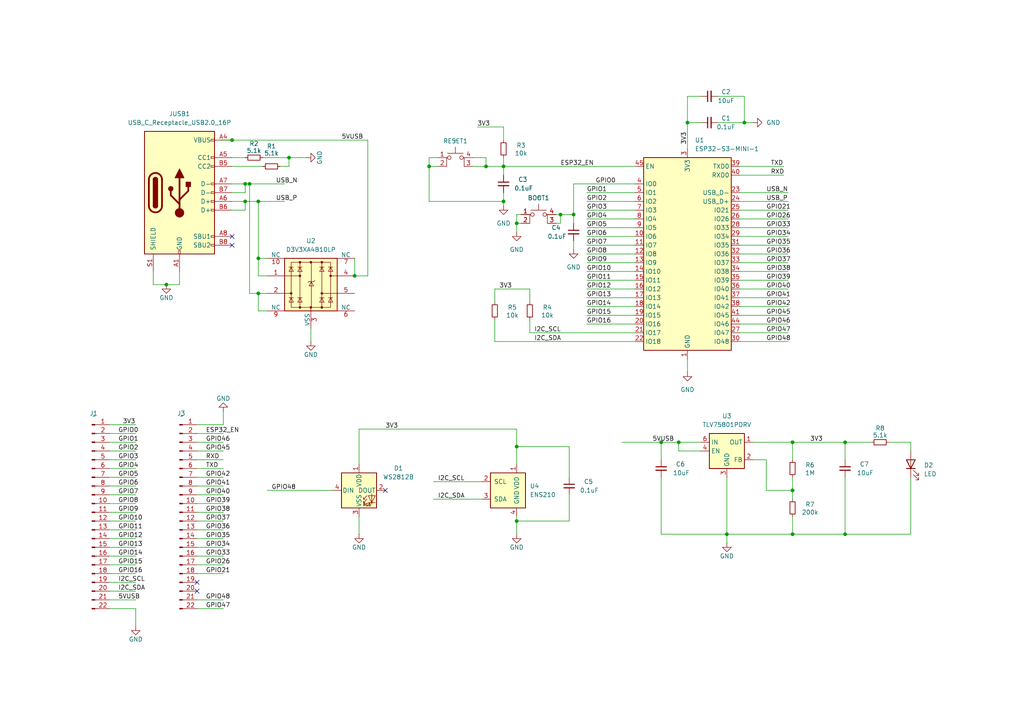
<source format=kicad_sch>
(kicad_sch (version 20250114) (generator "eeschema") (generator_version "9.0")
  (paper "A4")
  (lib_symbols
    (symbol "Connector:Conn_01x22_Pin" (pin_names (offset 1.016) (hide yes))
      (property "Reference" "J" (at 0 27.94 0))
      (property "Value" "Conn_01x22_Pin" (at 0 -30.48 0))
      (symbol "Conn_01x22_Pin_1_1"
        (rectangle (start 0.8636 25.527) (end 0 25.273) (stroke (width 0.1524)) (fill (type outline)))
        (rectangle (start 0.8636 22.987) (end 0 22.733) (stroke (width 0.1524)) (fill (type outline)))
        (rectangle (start 0.8636 20.447) (end 0 20.193) (stroke (width 0.1524)) (fill (type outline)))
        (rectangle (start 0.8636 17.907) (end 0 17.653) (stroke (width 0.1524)) (fill (type outline)))
        (rectangle (start 0.8636 15.367) (end 0 15.113) (stroke (width 0.1524)) (fill (type outline)))
        (rectangle (start 0.8636 12.827) (end 0 12.573) (stroke (width 0.1524)) (fill (type outline)))
        (rectangle (start 0.8636 10.287) (end 0 10.033) (stroke (width 0.1524)) (fill (type outline)))
        (rectangle (start 0.8636 7.747) (end 0 7.493) (stroke (width 0.1524)) (fill (type outline)))
        (rectangle (start 0.8636 5.207) (end 0 4.953) (stroke (width 0.1524)) (fill (type outline)))
        (rectangle (start 0.8636 2.667) (end 0 2.413) (stroke (width 0.1524)) (fill (type outline)))
        (rectangle (start 0.8636 0.127) (end 0 -0.127) (stroke (width 0.1524)) (fill (type outline)))
        (rectangle (start 0.8636 -2.413) (end 0 -2.667) (stroke (width 0.1524)) (fill (type outline)))
        (rectangle (start 0.8636 -4.953) (end 0 -5.207) (stroke (width 0.1524)) (fill (type outline)))
        (rectangle (start 0.8636 -7.493) (end 0 -7.747) (stroke (width 0.1524)) (fill (type outline)))
        (rectangle (start 0.8636 -10.033) (end 0 -10.287) (stroke (width 0.1524)) (fill (type outline)))
        (rectangle (start 0.8636 -12.573) (end 0 -12.827) (stroke (width 0.1524)) (fill (type outline)))
        (rectangle (start 0.8636 -15.113) (end 0 -15.367) (stroke (width 0.1524)) (fill (type outline)))
        (rectangle (start 0.8636 -17.653) (end 0 -17.907) (stroke (width 0.1524)) (fill (type outline)))
        (rectangle (start 0.8636 -20.193) (end 0 -20.447) (stroke (width 0.1524)) (fill (type outline)))
        (rectangle (start 0.8636 -22.733) (end 0 -22.987) (stroke (width 0.1524)) (fill (type outline)))
        (rectangle (start 0.8636 -25.273) (end 0 -25.527) (stroke (width 0.1524)) (fill (type outline)))
        (rectangle (start 0.8636 -27.813) (end 0 -28.067) (stroke (width 0.1524)) (fill (type outline)))
        (polyline (pts (xy 1.27 25.4) (xy 0.8636 25.4)) (stroke (width 0.1524)))
        (polyline (pts (xy 1.27 22.86) (xy 0.8636 22.86)) (stroke (width 0.1524)))
        (polyline (pts (xy 1.27 20.32) (xy 0.8636 20.32)) (stroke (width 0.1524)))
        (polyline (pts (xy 1.27 17.78) (xy 0.8636 17.78)) (stroke (width 0.1524)))
        (polyline (pts (xy 1.27 15.24) (xy 0.8636 15.24)) (stroke (width 0.1524)))
        (polyline (pts (xy 1.27 12.7) (xy 0.8636 12.7)) (stroke (width 0.1524)))
        (polyline (pts (xy 1.27 10.16) (xy 0.8636 10.16)) (stroke (width 0.1524)))
        (polyline (pts (xy 1.27 7.62) (xy 0.8636 7.62)) (stroke (width 0.1524)))
        (polyline (pts (xy 1.27 5.08) (xy 0.8636 5.08)) (stroke (width 0.1524)))
        (polyline (pts (xy 1.27 2.54) (xy 0.8636 2.54)) (stroke (width 0.1524)))
        (polyline (pts (xy 1.27 0) (xy 0.8636 0)) (stroke (width 0.1524)))
        (polyline (pts (xy 1.27 -2.54) (xy 0.8636 -2.54)) (stroke (width 0.1524)))
        (polyline (pts (xy 1.27 -5.08) (xy 0.8636 -5.08)) (stroke (width 0.1524)))
        (polyline (pts (xy 1.27 -7.62) (xy 0.8636 -7.62)) (stroke (width 0.1524)))
        (polyline (pts (xy 1.27 -10.16) (xy 0.8636 -10.16)) (stroke (width 0.1524)))
        (polyline (pts (xy 1.27 -12.7) (xy 0.8636 -12.7)) (stroke (width 0.1524)))
        (polyline (pts (xy 1.27 -15.24) (xy 0.8636 -15.24)) (stroke (width 0.1524)))
        (polyline (pts (xy 1.27 -17.78) (xy 0.8636 -17.78)) (stroke (width 0.1524)))
        (polyline (pts (xy 1.27 -20.32) (xy 0.8636 -20.32)) (stroke (width 0.1524)))
        (polyline (pts (xy 1.27 -22.86) (xy 0.8636 -22.86)) (stroke (width 0.1524)))
        (polyline (pts (xy 1.27 -25.4) (xy 0.8636 -25.4)) (stroke (width 0.1524)))
        (polyline (pts (xy 1.27 -27.94) (xy 0.8636 -27.94)) (stroke (width 0.1524)))
        (pin passive line (at 5.08 25.4 180) (length 3.81) (name "Pin_1") (number "1"))
        (pin passive line (at 5.08 22.86 180) (length 3.81) (name "Pin_2") (number "2"))
        (pin passive line (at 5.08 20.32 180) (length 3.81) (name "Pin_3") (number "3"))
        (pin passive line (at 5.08 17.78 180) (length 3.81) (name "Pin_4") (number "4"))
        (pin passive line (at 5.08 15.24 180) (length 3.81) (name "Pin_5") (number "5"))
        (pin passive line (at 5.08 12.7 180) (length 3.81) (name "Pin_6") (number "6"))
        (pin passive line (at 5.08 10.16 180) (length 3.81) (name "Pin_7") (number "7"))
        (pin passive line (at 5.08 7.62 180) (length 3.81) (name "Pin_8") (number "8"))
        (pin passive line (at 5.08 5.08 180) (length 3.81) (name "Pin_9") (number "9"))
        (pin passive line (at 5.08 2.54 180) (length 3.81) (name "Pin_10") (number "10"))
        (pin passive line (at 5.08 0 180) (length 3.81) (name "Pin_11") (number "11"))
        (pin passive line (at 5.08 -2.54 180) (length 3.81) (name "Pin_12") (number "12"))
        (pin passive line (at 5.08 -5.08 180) (length 3.81) (name "Pin_13") (number "13"))
        (pin passive line (at 5.08 -7.62 180) (length 3.81) (name "Pin_14") (number "14"))
        (pin passive line (at 5.08 -10.16 180) (length 3.81) (name "Pin_15") (number "15"))
        (pin passive line (at 5.08 -12.7 180) (length 3.81) (name "Pin_16") (number "16"))
        (pin passive line (at 5.08 -15.24 180) (length 3.81) (name "Pin_17") (number "17"))
        (pin passive line (at 5.08 -17.78 180) (length 3.81) (name "Pin_18") (number "18"))
        (pin passive line (at 5.08 -20.32 180) (length 3.81) (name "Pin_19") (number "19"))
        (pin passive line (at 5.08 -22.86 180) (length 3.81) (name "Pin_20") (number "20"))
        (pin passive line (at 5.08 -25.4 180) (length 3.81) (name "Pin_21") (number "21"))
        (pin passive line (at 5.08 -27.94 180) (length 3.81) (name "Pin_22") (number "22"))
      )
    )
    (symbol "Connector:USB_C_Receptacle_USB2.0_16P" (pin_names (offset 1.016))
      (property "Reference" "J" (at 0 22.225 0))
      (property "Value" "USB_C_Receptacle_USB2.0_16P" (at 0 19.685 0))
      (symbol "USB_C_Receptacle_USB2.0_16P_0_0"
        (rectangle (start -0.254 -17.78) (end 0.254 -16.764))
        (rectangle (start 10.16 15.494) (end 9.144 14.986))
        (rectangle (start 10.16 10.414) (end 9.144 9.906))
        (rectangle (start 10.16 7.874) (end 9.144 7.366))
        (rectangle (start 10.16 2.794) (end 9.144 2.286))
        (rectangle (start 10.16 0.254) (end 9.144 -0.254))
        (rectangle (start 10.16 -2.286) (end 9.144 -2.794))
        (rectangle (start 10.16 -4.826) (end 9.144 -5.334))
        (rectangle (start 10.16 -12.446) (end 9.144 -12.954))
        (rectangle (start 10.16 -14.986) (end 9.144 -15.494))
      )
      (symbol "USB_C_Receptacle_USB2.0_16P_0_1"
        (rectangle (start -10.16 17.78) (end 10.16 -17.78) (stroke (width 0.254)) (fill (type background)))
        (polyline (pts (xy -8.89 -3.81) (xy -8.89 3.81)) (stroke (width 0.508)))
        (rectangle (start -7.62 -3.81) (end -6.35 3.81) (stroke (width 0.254)) (fill (type outline)))
        (arc (start -7.62 3.81) (mid -6.985 4.4423) (end -6.35 3.81) (stroke (width 0.254)))
        (arc (start -7.62 3.81) (mid -6.985 4.4423) (end -6.35 3.81) (stroke (width 0.254)) (fill (type outline)))
        (arc (start -8.89 3.81) (mid -6.985 5.7067) (end -5.08 3.81) (stroke (width 0.508)))
        (arc (start -5.08 -3.81) (mid -6.985 -5.7067) (end -8.89 -3.81) (stroke (width 0.508)))
        (arc (start -6.35 -3.81) (mid -6.985 -4.4423) (end -7.62 -3.81) (stroke (width 0.254)))
        (arc (start -6.35 -3.81) (mid -6.985 -4.4423) (end -7.62 -3.81) (stroke (width 0.254)) (fill (type outline)))
        (polyline (pts (xy -5.08 3.81) (xy -5.08 -3.81)) (stroke (width 0.508)))
        (circle (center -2.54 1.143) (radius 0.635) (stroke (width 0.254)) (fill (type outline)))
        (polyline (pts (xy -1.27 4.318) (xy 0 6.858) (xy 1.27 4.318) (xy -1.27 4.318)) (stroke (width 0.254)) (fill (type outline)))
        (polyline (pts (xy 0 -2.032) (xy 2.54 0.508) (xy 2.54 1.778)) (stroke (width 0.508)))
        (polyline (pts (xy 0 -3.302) (xy -2.54 -0.762) (xy -2.54 0.508)) (stroke (width 0.508)))
        (polyline (pts (xy 0 -5.842) (xy 0 4.318)) (stroke (width 0.508)))
        (circle (center 0 -5.842) (radius 1.27) (fill (type outline)))
        (rectangle (start 1.905 1.778) (end 3.175 3.048) (stroke (width 0.254)) (fill (type outline)))
      )
      (symbol "USB_C_Receptacle_USB2.0_16P_1_1"
        (pin passive line (at -7.62 -22.86 90) (length 5.08) (name "SHIELD") (number "S1"))
        (pin passive line (at 0 -22.86 90) (length 5.08) (name "GND") (number "A1"))
        (pin passive line (at 0 -22.86 90) (length 5.08) (hide yes) (name "GND") (number "A12"))
        (pin passive line (at 0 -22.86 90) (length 5.08) (hide yes) (name "GND") (number "B1"))
        (pin passive line (at 0 -22.86 90) (length 5.08) (hide yes) (name "GND") (number "B12"))
        (pin passive line (at 15.24 15.24 180) (length 5.08) (name "VBUS") (number "A4"))
        (pin passive line (at 15.24 15.24 180) (length 5.08) (hide yes) (name "VBUS") (number "A9"))
        (pin passive line (at 15.24 15.24 180) (length 5.08) (hide yes) (name "VBUS") (number "B4"))
        (pin passive line (at 15.24 15.24 180) (length 5.08) (hide yes) (name "VBUS") (number "B9"))
        (pin bidirectional line (at 15.24 10.16 180) (length 5.08) (name "CC1") (number "A5"))
        (pin bidirectional line (at 15.24 7.62 180) (length 5.08) (name "CC2") (number "B5"))
        (pin bidirectional line (at 15.24 2.54 180) (length 5.08) (name "D-") (number "A7"))
        (pin bidirectional line (at 15.24 0 180) (length 5.08) (name "D-") (number "B7"))
        (pin bidirectional line (at 15.24 -2.54 180) (length 5.08) (name "D+") (number "A6"))
        (pin bidirectional line (at 15.24 -5.08 180) (length 5.08) (name "D+") (number "B6"))
        (pin bidirectional line (at 15.24 -12.7 180) (length 5.08) (name "SBU1") (number "A8"))
        (pin bidirectional line (at 15.24 -15.24 180) (length 5.08) (name "SBU2") (number "B8"))
      )
    )
    (symbol "Device:C_Small" (pin_numbers (hide yes)) (pin_names (offset 0.254) (hide yes))
      (property "Reference" "C" (at 0.254 1.778 0))
      (property "Value" "C_Small" (at 0.254 -2.032 0))
      (symbol "C_Small_0_1"
        (polyline (pts (xy -1.524 0.508) (xy 1.524 0.508)) (stroke (width 0.3048)))
        (polyline (pts (xy -1.524 -0.508) (xy 1.524 -0.508)) (stroke (width 0.3302)))
      )
      (symbol "C_Small_1_1"
        (pin passive line (at 0 2.54 270) (length 2.032) (name "~") (number "1"))
        (pin passive line (at 0 -2.54 90) (length 2.032) (name "~") (number "2"))
      )
    )
    (symbol "Device:LED" (pin_numbers (hide yes)) (pin_names (offset 1.016) (hide yes))
      (property "Reference" "D" (at 0 2.54 0))
      (property "Value" "LED" (at 0 -2.54 0))
      (symbol "LED_0_1"
        (polyline (pts (xy -3.048 -0.762) (xy -4.572 -2.286) (xy -3.81 -2.286) (xy -4.572 -2.286) (xy -4.572 -1.524)))
        (polyline (pts (xy -1.778 -0.762) (xy -3.302 -2.286) (xy -2.54 -2.286) (xy -3.302 -2.286) (xy -3.302 -1.524)))
        (polyline (pts (xy -1.27 0) (xy 1.27 0)))
        (polyline (pts (xy -1.27 -1.27) (xy -1.27 1.27)) (stroke (width 0.254)))
        (polyline (pts (xy 1.27 -1.27) (xy 1.27 1.27) (xy -1.27 0) (xy 1.27 -1.27)) (stroke (width 0.254)))
      )
      (symbol "LED_1_1"
        (pin passive line (at -3.81 0 0) (length 2.54) (name "K") (number "1"))
        (pin passive line (at 3.81 0 180) (length 2.54) (name "A") (number "2"))
      )
    )
    (symbol "Device:R_Small" (pin_numbers (hide yes)) (pin_names (offset 0.254) (hide yes))
      (property "Reference" "R" (at 0.762 0.508 0))
      (property "Value" "R_Small" (at 0.762 -1.016 0))
      (symbol "R_Small_0_1"
        (rectangle (start -0.762 1.778) (end 0.762 -1.778) (stroke (width 0.2032)))
      )
      (symbol "R_Small_1_1"
        (pin passive line (at 0 2.54 270) (length 0.762) (name "~") (number "1"))
        (pin passive line (at 0 -2.54 90) (length 0.762) (name "~") (number "2"))
      )
    )
    (symbol "LED:WS2812B" (pin_names (offset 0.254))
      (property "Reference" "D" (at 5.08 5.715 0))
      (property "Value" "WS2812B" (at 1.27 -5.715 0))
      (symbol "WS2812B_0_0"
        (text "RGB" (at 2.286 -4.191 0) (effects (font (size 0.762 0.762))))
      )
      (symbol "WS2812B_0_1"
        (polyline (pts (xy 1.27 -2.54) (xy 1.778 -2.54)))
        (polyline (pts (xy 1.27 -3.556) (xy 1.778 -3.556)))
        (polyline (pts (xy 2.286 -1.524) (xy 1.27 -2.54) (xy 1.27 -2.032)))
        (polyline (pts (xy 2.286 -2.54) (xy 1.27 -3.556) (xy 1.27 -3.048)))
        (polyline (pts (xy 3.683 -1.016) (xy 3.683 -3.556) (xy 3.683 -4.064)))
        (polyline (pts (xy 4.699 -1.524) (xy 2.667 -1.524) (xy 3.683 -3.556) (xy 4.699 -1.524)))
        (polyline (pts (xy 4.699 -3.556) (xy 2.667 -3.556)))
        (rectangle (start 5.08 5.08) (end -5.08 -5.08) (stroke (width 0.254)) (fill (type background)))
      )
      (symbol "WS2812B_1_1"
        (pin input line (at -7.62 0 0) (length 2.54) (name "DIN") (number "4"))
        (pin power_in line (at 0 7.62 270) (length 2.54) (name "VDD") (number "1"))
        (pin power_in line (at 0 -7.62 90) (length 2.54) (name "VSS") (number "3"))
        (pin output line (at 7.62 0 180) (length 2.54) (name "DOUT") (number "2"))
      )
    )
    (symbol "Power_Protection:D3V3XA4B10LP" (pin_names (offset 0))
      (property "Reference" "U" (at -0.635 8.89 0))
      (property "Value" "D3V3XA4B10LP" (at 8.89 -10.16 0))
      (symbol "D3V3XA4B10LP_0_0"
        (rectangle (start -5.715 6.477) (end 5.715 -6.604))
        (polyline (pts (xy -3.175 -6.604) (xy -3.175 6.477)))
        (polyline (pts (xy 0.127 6.477) (xy 0.127 -6.604)))
        (polyline (pts (xy 3.175 6.477) (xy 3.175 -6.604)))
      )
      (symbol "D3V3XA4B10LP_0_1"
        (polyline (pts (xy -7.747 2.54) (xy -3.175 2.54)))
        (rectangle (start -7.62 7.62) (end 7.62 -7.62) (stroke (width 0.254)) (fill (type background)))
        (polyline (pts (xy -7.62 -2.54) (xy -5.715 -2.54)))
        (circle (center -5.715 -2.54) (radius 0.2794) (fill (type outline)))
        (polyline (pts (xy -5.08 5.08) (xy -6.35 5.08)))
        (polyline (pts (xy -5.08 3.81) (xy -6.35 3.81) (xy -5.715 5.08) (xy -5.08 3.81)))
        (polyline (pts (xy -5.08 -3.81) (xy -6.35 -3.81)))
        (polyline (pts (xy -5.08 -5.08) (xy -6.35 -5.08) (xy -5.715 -3.81) (xy -5.08 -5.08)))
        (circle (center -3.175 6.477) (radius 0.2794) (fill (type outline)))
        (circle (center -3.175 2.54) (radius 0.2794) (fill (type outline)))
        (circle (center -3.175 -6.604) (radius 0.2794) (fill (type outline)))
        (polyline (pts (xy -2.54 5.08) (xy -3.81 5.08)))
        (polyline (pts (xy -2.54 3.81) (xy -3.81 3.81) (xy -3.175 5.08) (xy -2.54 3.81)))
        (polyline (pts (xy -2.54 -3.81) (xy -3.81 -3.81)))
        (polyline (pts (xy -2.54 -5.08) (xy -3.81 -5.08) (xy -3.175 -3.81) (xy -2.54 -5.08)))
        (polyline (pts (xy -0.508 0.889) (xy -0.889 0.635)))
        (circle (center 0 6.477) (radius 0.2794) (fill (type outline)))
        (polyline (pts (xy 0 -6.604) (xy 0 -7.62)))
        (circle (center 0 -6.604) (radius 0.2794) (fill (type outline)))
        (polyline (pts (xy 0.762 0.889) (xy -0.508 0.889)))
        (polyline (pts (xy 0.762 0.889) (xy 1.143 1.143)))
        (polyline (pts (xy 0.762 -0.381) (xy -0.508 -0.381) (xy 0.127 0.889) (xy 0.762 -0.381)))
        (circle (center 3.175 6.477) (radius 0.2794) (fill (type outline)))
        (circle (center 3.175 -2.54) (radius 0.2794) (fill (type outline)))
        (circle (center 3.175 -6.604) (radius 0.2794) (fill (type outline)))
        (polyline (pts (xy 3.81 5.08) (xy 2.54 5.08)))
        (polyline (pts (xy 3.81 3.81) (xy 2.54 3.81) (xy 3.175 5.08) (xy 3.81 3.81)))
        (polyline (pts (xy 3.81 -3.81) (xy 2.54 -3.81)))
        (polyline (pts (xy 3.81 -5.08) (xy 2.54 -5.08) (xy 3.175 -3.81) (xy 3.81 -5.08)))
        (circle (center 5.715 2.54) (radius 0.2794) (fill (type outline)))
        (polyline (pts (xy 6.35 5.08) (xy 5.08 5.08)))
        (polyline (pts (xy 6.35 3.81) (xy 5.08 3.81) (xy 5.715 5.08) (xy 6.35 3.81)))
        (polyline (pts (xy 6.35 -3.81) (xy 5.08 -3.81)))
        (polyline (pts (xy 6.35 -5.08) (xy 5.08 -5.08) (xy 5.715 -3.81) (xy 6.35 -5.08)))
        (polyline (pts (xy 7.62 2.54) (xy 5.715 2.54)))
        (polyline (pts (xy 7.62 -2.54) (xy 3.175 -2.54)))
      )
      (symbol "D3V3XA4B10LP_1_1"
        (pin free line (at -12.7 7.62 0) (length 5.08) (name "NC") (number "10"))
        (pin passive line (at -12.7 2.54 0) (length 5.08) (name "~") (number "1"))
        (pin passive line (at -12.7 -2.54 0) (length 5.08) (name "~") (number "2"))
        (pin free line (at -12.7 -7.62 0) (length 5.08) (name "NC") (number "9"))
        (pin power_in line (at 0 -12.7 90) (length 5.08) (name "VSS") (number "3"))
        (pin passive line (at 0 -12.7 90) (length 5.08) (hide yes) (name "VSS") (number "8"))
        (pin free line (at 12.7 7.62 180) (length 5.08) (name "NC") (number "7"))
        (pin passive line (at 12.7 2.54 180) (length 5.08) (name "~") (number "4"))
        (pin passive line (at 12.7 -2.54 180) (length 5.08) (name "~") (number "5"))
        (pin free line (at 12.7 -7.62 180) (length 5.08) (name "NC") (number "6"))
      )
    )
    (symbol "RF_Module:ESP32-S3-MINI-1"
      (property "Reference" "U" (at -11.43 29.21 0))
      (property "Value" "ESP32-S3-MINI-1" (at 12.7 29.21 0))
      (symbol "ESP32-S3-MINI-1_0_1"
        (rectangle (start -12.7 27.94) (end 12.7 -27.94) (stroke (width 0.254)) (fill (type background)))
      )
      (symbol "ESP32-S3-MINI-1_1_1"
        (pin input line (at -15.24 25.4 0) (length 2.54) (name "EN") (number "45"))
        (pin bidirectional line (at -15.24 20.32 0) (length 2.54) (name "IO0") (number "4"))
        (pin bidirectional line (at -15.24 17.78 0) (length 2.54) (name "IO1") (number "5"))
        (pin bidirectional line (at -15.24 15.24 0) (length 2.54) (name "IO2") (number "6"))
        (pin bidirectional line (at -15.24 12.7 0) (length 2.54) (name "IO3") (number "7"))
        (pin bidirectional line (at -15.24 10.16 0) (length 2.54) (name "IO4") (number "8"))
        (pin bidirectional line (at -15.24 7.62 0) (length 2.54) (name "IO5") (number "9"))
        (pin bidirectional line (at -15.24 5.08 0) (length 2.54) (name "IO6") (number "10"))
        (pin bidirectional line (at -15.24 2.54 0) (length 2.54) (name "IO7") (number "11"))
        (pin bidirectional line (at -15.24 0 0) (length 2.54) (name "IO8") (number "12"))
        (pin bidirectional line (at -15.24 -2.54 0) (length 2.54) (name "IO9") (number "13"))
        (pin bidirectional line (at -15.24 -5.08 0) (length 2.54) (name "IO10") (number "14"))
        (pin bidirectional line (at -15.24 -7.62 0) (length 2.54) (name "IO11") (number "15"))
        (pin bidirectional line (at -15.24 -10.16 0) (length 2.54) (name "IO12") (number "16"))
        (pin bidirectional line (at -15.24 -12.7 0) (length 2.54) (name "IO13") (number "17"))
        (pin bidirectional line (at -15.24 -15.24 0) (length 2.54) (name "IO14") (number "18"))
        (pin bidirectional line (at -15.24 -17.78 0) (length 2.54) (name "IO15") (number "19"))
        (pin bidirectional line (at -15.24 -20.32 0) (length 2.54) (name "IO16") (number "20"))
        (pin bidirectional line (at -15.24 -22.86 0) (length 2.54) (name "IO17") (number "21"))
        (pin bidirectional line (at -15.24 -25.4 0) (length 2.54) (name "IO18") (number "22"))
        (pin power_in line (at 0 30.48 270) (length 2.54) (name "3V3") (number "3"))
        (pin power_in line (at 0 -30.48 90) (length 2.54) (name "GND") (number "1"))
        (pin passive line (at 0 -30.48 90) (length 2.54) (hide yes) (name "GND") (number "2"))
        (pin passive line (at 0 -30.48 90) (length 2.54) (hide yes) (name "GND") (number "42"))
        (pin passive line (at 0 -30.48 90) (length 2.54) (hide yes) (name "GND") (number "43"))
        (pin passive line (at 0 -30.48 90) (length 2.54) (hide yes) (name "GND") (number "46"))
        (pin passive line (at 0 -30.48 90) (length 2.54) (hide yes) (name "GND") (number "47"))
        (pin passive line (at 0 -30.48 90) (length 2.54) (hide yes) (name "GND") (number "48"))
        (pin passive line (at 0 -30.48 90) (length 2.54) (hide yes) (name "GND") (number "49"))
        (pin passive line (at 0 -30.48 90) (length 2.54) (hide yes) (name "GND") (number "50"))
        (pin passive line (at 0 -30.48 90) (length 2.54) (hide yes) (name "GND") (number "51"))
        (pin passive line (at 0 -30.48 90) (length 2.54) (hide yes) (name "GND") (number "52"))
        (pin passive line (at 0 -30.48 90) (length 2.54) (hide yes) (name "GND") (number "53"))
        (pin passive line (at 0 -30.48 90) (length 2.54) (hide yes) (name "GND") (number "54"))
        (pin passive line (at 0 -30.48 90) (length 2.54) (hide yes) (name "GND") (number "55"))
        (pin passive line (at 0 -30.48 90) (length 2.54) (hide yes) (name "GND") (number "56"))
        (pin passive line (at 0 -30.48 90) (length 2.54) (hide yes) (name "GND") (number "57"))
        (pin passive line (at 0 -30.48 90) (length 2.54) (hide yes) (name "GND") (number "58"))
        (pin passive line (at 0 -30.48 90) (length 2.54) (hide yes) (name "GND") (number "59"))
        (pin passive line (at 0 -30.48 90) (length 2.54) (hide yes) (name "GND") (number "60"))
        (pin passive line (at 0 -30.48 90) (length 2.54) (hide yes) (name "GND") (number "61"))
        (pin passive line (at 0 -30.48 90) (length 2.54) (hide yes) (name "GND") (number "62"))
        (pin passive line (at 0 -30.48 90) (length 2.54) (hide yes) (name "GND") (number "63"))
        (pin passive line (at 0 -30.48 90) (length 2.54) (hide yes) (name "GND") (number "64"))
        (pin passive line (at 0 -30.48 90) (length 2.54) (hide yes) (name "GND") (number "65"))
        (pin bidirectional line (at 15.24 25.4 180) (length 2.54) (name "TXD0") (number "39"))
        (pin bidirectional line (at 15.24 22.86 180) (length 2.54) (name "RXD0") (number "40"))
        (pin bidirectional line (at 15.24 17.78 180) (length 2.54) (name "USB_D-") (number "23"))
        (pin bidirectional line (at 15.24 15.24 180) (length 2.54) (name "USB_D+") (number "24"))
        (pin bidirectional line (at 15.24 12.7 180) (length 2.54) (name "IO21") (number "25"))
        (pin bidirectional line (at 15.24 10.16 180) (length 2.54) (name "IO26") (number "26"))
        (pin bidirectional line (at 15.24 7.62 180) (length 2.54) (name "IO33") (number "28"))
        (pin bidirectional line (at 15.24 5.08 180) (length 2.54) (name "IO34") (number "29"))
        (pin bidirectional line (at 15.24 2.54 180) (length 2.54) (name "IO35") (number "31"))
        (pin bidirectional line (at 15.24 0 180) (length 2.54) (name "IO36") (number "32"))
        (pin bidirectional line (at 15.24 -2.54 180) (length 2.54) (name "IO37") (number "33"))
        (pin bidirectional line (at 15.24 -5.08 180) (length 2.54) (name "IO38") (number "34"))
        (pin bidirectional line (at 15.24 -7.62 180) (length 2.54) (name "IO39") (number "35"))
        (pin bidirectional line (at 15.24 -10.16 180) (length 2.54) (name "IO40") (number "36"))
        (pin bidirectional line (at 15.24 -12.7 180) (length 2.54) (name "IO41") (number "37"))
        (pin bidirectional line (at 15.24 -15.24 180) (length 2.54) (name "IO42") (number "38"))
        (pin bidirectional line (at 15.24 -17.78 180) (length 2.54) (name "IO45") (number "41"))
        (pin bidirectional line (at 15.24 -20.32 180) (length 2.54) (name "IO46") (number "44"))
        (pin bidirectional line (at 15.24 -22.86 180) (length 2.54) (name "IO47") (number "27"))
        (pin bidirectional line (at 15.24 -25.4 180) (length 2.54) (name "IO48") (number "30"))
      )
    )
    (symbol "Regulator_Linear:TLV75801PDRV"
      (property "Reference" "U" (at -3.81 6.35 0))
      (property "Value" "TLV75801PDRV" (at 0 6.35 0))
      (symbol "TLV75801PDRV_0_1"
        (rectangle (start 5.08 -5.08) (end -5.08 5.08) (stroke (width 0.254)) (fill (type background)))
      )
      (symbol "TLV75801PDRV_1_1"
        (pin power_in line (at -7.62 2.54 0) (length 2.54) (name "IN") (number "6"))
        (pin input line (at -7.62 0 0) (length 2.54) (name "EN") (number "4"))
        (pin power_in line (at 0 -7.62 90) (length 2.54) (name "GND") (number "3"))
        (pin passive line (at 0 -7.62 90) (length 2.54) (hide yes) (name "GND") (number "7"))
        (pin no_connect line (at 5.08 0 180) (length 2.54) (hide yes) (name "DNC") (number "5"))
        (pin power_out line (at 7.62 2.54 180) (length 2.54) (name "OUT") (number "1"))
        (pin input line (at 7.62 -2.54 180) (length 2.54) (name "FB") (number "2"))
      )
    )
    (symbol "Sensor_Humidity:ENS210" (pin_names (offset 1.016))
      (property "Reference" "U" (at -7.62 10.16 0))
      (property "Value" "ENS210" (at -7.62 7.62 0))
      (symbol "ENS210_0_1"
        (rectangle (start -5.08 5.08) (end 5.08 -5.08) (stroke (width 0.254)) (fill (type background)))
      )
      (symbol "ENS210_1_1"
        (pin input line (at -7.62 2.54 0) (length 2.54) (name "SCL") (number "2"))
        (pin bidirectional line (at -7.62 -2.54 0) (length 2.54) (name "SDA") (number "3"))
        (pin power_in line (at 2.54 7.62 270) (length 2.54) (name "VDD") (number "1"))
        (pin power_in line (at 2.54 -7.62 90) (length 2.54) (name "GND") (number "4"))
        (pin passive line (at 2.54 -7.62 90) (length 2.54) (hide yes) (name "GND") (number "5"))
      )
    )
    (symbol "Switch:SW_MEC_5E" (pin_names (offset 1.016) (hide yes))
      (property "Reference" "SW" (at 0.635 5.715 0))
      (property "Value" "SW_MEC_5E" (at 0 -3.175 0))
      (symbol "SW_MEC_5E_0_1"
        (polyline (pts (xy -2.54 0) (xy -2.54 2.54) (xy -2.286 2.54)))
        (polyline (pts (xy -2.286 3.81) (xy 2.286 3.81)))
        (circle (center -1.778 2.54) (radius 0.508))
        (polyline (pts (xy 0 3.81) (xy 0 5.588)))
        (circle (center 1.778 2.54) (radius 0.508))
        (polyline (pts (xy 2.54 0) (xy 2.54 2.54) (xy 2.286 2.54)))
        (pin passive line (at -5.08 2.54 0) (length 2.54) (name "1") (number "1"))
        (pin passive line (at -5.08 0 0) (length 2.54) (name "2") (number "2"))
        (pin passive line (at 5.08 2.54 180) (length 2.54) (name "A") (number "4"))
        (pin passive line (at 5.08 0 180) (length 2.54) (name "K") (number "3"))
      )
    )
    (symbol "power:GND" (power) (pin_numbers (hide yes)) (pin_names (offset 0) (hide yes))
      (property "Value" "GND" (at 0 -3.81 0))
      (symbol "GND_0_1"
        (polyline (pts (xy 0 0) (xy 0 -1.27) (xy 1.27 -1.27) (xy 0 -2.54) (xy -1.27 -1.27) (xy 0 -1.27)))
      )
      (symbol "GND_1_1"
        (pin power_in line (at 0 0 270) (length 0) (name "~") (number "1"))
      )
    )
  )
  (junction (at 166.37 62.23))
  (junction (at 71.12 58.42))
  (junction (at 196.85 128.27))
  (junction (at 74.93 74.93))
  (junction (at 48.26 82.55))
  (junction (at 245.11 128.27))
  (junction (at 191.77 128.27))
  (junction (at 102.87 80.01))
  (junction (at 140.97 48.26))
  (junction (at 210.82 154.94))
  (junction (at 229.87 128.27))
  (junction (at 67.31 40.64))
  (junction (at 149.86 64.77))
  (junction (at 74.93 85.09))
  (junction (at 83.82 45.72))
  (junction (at 124.46 48.26))
  (junction (at 215.9 35.56))
  (junction (at 72.39 53.34))
  (junction (at 162.56 62.23))
  (junction (at 71.12 53.34))
  (junction (at 74.93 58.42))
  (junction (at 149.86 129.54))
  (junction (at 146.05 58.42))
  (junction (at 229.87 154.94))
  (junction (at 146.05 48.26))
  (junction (at 149.86 151.13))
  (junction (at 245.11 154.94))
  (junction (at 229.87 142.24))
  (junction (at 199.39 35.56))
  (no_connect (at 57.15 168.91))
  (no_connect (at 67.31 71.12))
  (no_connect (at 111.76 142.24))
  (no_connect (at 57.15 171.45))
  (no_connect (at 67.31 68.58))
  (wire (pts (xy 74.93 74.93) (xy 77.47 74.93)))
  (wire (pts (xy 140.97 48.26) (xy 146.05 48.26)))
  (wire (pts (xy 31.75 140.97) (xy 39.37 140.97)))
  (wire (pts (xy 31.75 148.59) (xy 39.37 148.59)))
  (wire (pts (xy 143.51 83.82) (xy 153.67 83.82)))
  (wire (pts (xy 214.63 91.44) (xy 228.6 91.44)))
  (wire (pts (xy 31.75 173.99) (xy 39.37 173.99)))
  (wire (pts (xy 264.16 154.94) (xy 245.11 154.94)))
  (wire (pts (xy 31.75 156.21) (xy 39.37 156.21)))
  (wire (pts (xy 31.75 123.19) (xy 39.37 123.19)))
  (wire (pts (xy 57.15 125.73) (xy 64.77 125.73)))
  (wire (pts (xy 191.77 154.94) (xy 210.82 154.94)))
  (wire (pts (xy 214.63 50.8) (xy 227.33 50.8)))
  (wire (pts (xy 210.82 138.43) (xy 210.82 154.94)))
  (wire (pts (xy 102.87 80.01) (xy 106.68 80.01)))
  (wire (pts (xy 214.63 68.58) (xy 228.6 68.58)))
  (wire (pts (xy 146.05 48.26) (xy 184.15 48.26)))
  (wire (pts (xy 210.82 154.94) (xy 210.82 157.48)))
  (wire (pts (xy 161.29 64.77) (xy 162.56 64.77)))
  (wire (pts (xy 52.07 78.74) (xy 52.07 82.55)))
  (wire (pts (xy 214.63 71.12) (xy 228.6 71.12)))
  (wire (pts (xy 199.39 35.56) (xy 203.2 35.56)))
  (wire (pts (xy 57.15 123.19) (xy 64.77 123.19)))
  (wire (pts (xy 196.85 130.81) (xy 196.85 128.27)))
  (wire (pts (xy 214.63 83.82) (xy 228.6 83.82)))
  (wire (pts (xy 63.5 40.64) (xy 67.31 40.64)))
  (wire (pts (xy 214.63 78.74) (xy 228.6 78.74)))
  (wire (pts (xy 31.75 138.43) (xy 39.37 138.43)))
  (wire (pts (xy 214.63 81.28) (xy 228.6 81.28)))
  (wire (pts (xy 67.31 53.34) (xy 71.12 53.34)))
  (wire (pts (xy 74.93 74.93) (xy 74.93 80.01)))
  (wire (pts (xy 161.29 62.23) (xy 162.56 62.23)))
  (wire (pts (xy 77.47 85.09) (xy 74.93 85.09)))
  (wire (pts (xy 74.93 85.09) (xy 72.39 85.09)))
  (wire (pts (xy 57.15 146.05) (xy 64.77 146.05)))
  (wire (pts (xy 124.46 48.26) (xy 127 48.26)))
  (wire (pts (xy 138.43 36.83) (xy 146.05 36.83)))
  (wire (pts (xy 31.75 143.51) (xy 39.37 143.51)))
  (wire (pts (xy 214.63 86.36) (xy 228.6 86.36)))
  (wire (pts (xy 170.18 76.2) (xy 184.15 76.2)))
  (wire (pts (xy 214.63 55.88) (xy 228.6 55.88)))
  (wire (pts (xy 57.15 151.13) (xy 64.77 151.13)))
  (wire (pts (xy 170.18 73.66) (xy 184.15 73.66)))
  (wire (pts (xy 214.63 73.66) (xy 228.6 73.66)))
  (wire (pts (xy 31.75 168.91) (xy 39.37 168.91)))
  (wire (pts (xy 57.15 176.53) (xy 64.77 176.53)))
  (wire (pts (xy 191.77 138.43) (xy 191.77 154.94)))
  (wire (pts (xy 162.56 62.23) (xy 162.56 64.77)))
  (wire (pts (xy 57.15 138.43) (xy 64.77 138.43)))
  (wire (pts (xy 264.16 128.27) (xy 264.16 130.81)))
  (wire (pts (xy 170.18 68.58) (xy 184.15 68.58)))
  (wire (pts (xy 31.75 158.75) (xy 39.37 158.75)))
  (wire (pts (xy 104.14 134.62) (xy 104.14 124.46)))
  (wire (pts (xy 57.15 166.37) (xy 64.77 166.37)))
  (wire (pts (xy 170.18 58.42) (xy 184.15 58.42)))
  (wire (pts (xy 229.87 128.27) (xy 245.11 128.27)))
  (wire (pts (xy 143.51 92.71) (xy 143.51 99.06)))
  (wire (pts (xy 199.39 43.18) (xy 199.39 35.56)))
  (wire (pts (xy 257.81 128.27) (xy 264.16 128.27)))
  (wire (pts (xy 229.87 154.94) (xy 245.11 154.94)))
  (wire (pts (xy 31.75 171.45) (xy 39.37 171.45)))
  (wire (pts (xy 170.18 93.98) (xy 184.15 93.98)))
  (wire (pts (xy 74.93 85.09) (xy 74.93 90.17)))
  (wire (pts (xy 31.75 153.67) (xy 39.37 153.67)))
  (wire (pts (xy 165.1 143.51) (xy 165.1 151.13)))
  (wire (pts (xy 67.31 40.64) (xy 106.68 40.64)))
  (wire (pts (xy 31.75 146.05) (xy 39.37 146.05)))
  (wire (pts (xy 153.67 96.52) (xy 184.15 96.52)))
  (wire (pts (xy 215.9 27.94) (xy 215.9 35.56)))
  (wire (pts (xy 214.63 48.26) (xy 227.33 48.26)))
  (wire (pts (xy 72.39 85.09) (xy 72.39 53.34)))
  (wire (pts (xy 199.39 27.94) (xy 203.2 27.94)))
  (wire (pts (xy 127 45.72) (xy 124.46 45.72)))
  (wire (pts (xy 146.05 55.88) (xy 146.05 58.42)))
  (wire (pts (xy 57.15 148.59) (xy 64.77 148.59)))
  (wire (pts (xy 67.31 60.96) (xy 71.12 60.96)))
  (wire (pts (xy 137.16 45.72) (xy 140.97 45.72)))
  (wire (pts (xy 76.2 45.72) (xy 83.82 45.72)))
  (wire (pts (xy 170.18 66.04) (xy 184.15 66.04)))
  (wire (pts (xy 214.63 66.04) (xy 228.6 66.04)))
  (wire (pts (xy 31.75 166.37) (xy 39.37 166.37)))
  (wire (pts (xy 180.34 128.27) (xy 191.77 128.27)))
  (wire (pts (xy 196.85 128.27) (xy 203.2 128.27)))
  (wire (pts (xy 57.15 130.81) (xy 64.77 130.81)))
  (wire (pts (xy 208.28 35.56) (xy 215.9 35.56)))
  (wire (pts (xy 77.47 90.17) (xy 74.93 90.17)))
  (wire (pts (xy 57.15 158.75) (xy 64.77 158.75)))
  (wire (pts (xy 170.18 83.82) (xy 184.15 83.82)))
  (wire (pts (xy 31.75 176.53) (xy 39.37 176.53)))
  (wire (pts (xy 170.18 88.9) (xy 184.15 88.9)))
  (wire (pts (xy 199.39 35.56) (xy 199.39 27.94)))
  (wire (pts (xy 31.75 125.73) (xy 39.37 125.73)))
  (wire (pts (xy 170.18 60.96) (xy 184.15 60.96)))
  (wire (pts (xy 166.37 72.39) (xy 166.37 69.85)))
  (wire (pts (xy 137.16 48.26) (xy 140.97 48.26)))
  (wire (pts (xy 149.86 124.46) (xy 149.86 129.54)))
  (wire (pts (xy 149.86 129.54) (xy 149.86 134.62)))
  (wire (pts (xy 83.82 45.72) (xy 83.82 48.26)))
  (wire (pts (xy 214.63 58.42) (xy 228.6 58.42)))
  (wire (pts (xy 143.51 99.06) (xy 184.15 99.06)))
  (wire (pts (xy 106.68 80.01) (xy 106.68 40.64)))
  (wire (pts (xy 203.2 130.81) (xy 196.85 130.81)))
  (wire (pts (xy 229.87 128.27) (xy 229.87 133.35)))
  (wire (pts (xy 71.12 58.42) (xy 71.12 60.96)))
  (wire (pts (xy 143.51 87.63) (xy 143.51 83.82)))
  (wire (pts (xy 149.86 64.77) (xy 149.86 62.23)))
  (wire (pts (xy 67.31 58.42) (xy 71.12 58.42)))
  (wire (pts (xy 31.75 130.81) (xy 39.37 130.81)))
  (wire (pts (xy 57.15 153.67) (xy 64.77 153.67)))
  (wire (pts (xy 72.39 53.34) (xy 82.55 53.34)))
  (wire (pts (xy 208.28 27.94) (xy 215.9 27.94)))
  (wire (pts (xy 102.87 74.93) (xy 102.87 80.01)))
  (wire (pts (xy 218.44 133.35) (xy 222.25 133.35)))
  (wire (pts (xy 146.05 58.42) (xy 146.05 59.69)))
  (wire (pts (xy 83.82 45.72) (xy 88.9 45.72)))
  (wire (pts (xy 149.86 151.13) (xy 149.86 154.94)))
  (wire (pts (xy 67.31 45.72) (xy 71.12 45.72)))
  (wire (pts (xy 153.67 83.82) (xy 153.67 87.63)))
  (wire (pts (xy 214.63 99.06) (xy 228.6 99.06)))
  (wire (pts (xy 77.47 80.01) (xy 74.93 80.01)))
  (wire (pts (xy 191.77 128.27) (xy 196.85 128.27)))
  (wire (pts (xy 229.87 142.24) (xy 229.87 144.78)))
  (wire (pts (xy 31.75 133.35) (xy 39.37 133.35)))
  (wire (pts (xy 90.17 95.25) (xy 90.17 99.06)))
  (wire (pts (xy 74.93 58.42) (xy 74.93 74.93)))
  (wire (pts (xy 31.75 151.13) (xy 39.37 151.13)))
  (wire (pts (xy 170.18 86.36) (xy 184.15 86.36)))
  (wire (pts (xy 57.15 163.83) (xy 64.77 163.83)))
  (wire (pts (xy 31.75 128.27) (xy 39.37 128.27)))
  (wire (pts (xy 67.31 55.88) (xy 71.12 55.88)))
  (wire (pts (xy 170.18 81.28) (xy 184.15 81.28)))
  (wire (pts (xy 245.11 138.43) (xy 245.11 154.94)))
  (wire (pts (xy 71.12 58.42) (xy 74.93 58.42)))
  (wire (pts (xy 77.47 142.24) (xy 96.52 142.24)))
  (wire (pts (xy 245.11 133.35) (xy 245.11 128.27)))
  (wire (pts (xy 222.25 142.24) (xy 229.87 142.24)))
  (wire (pts (xy 124.46 58.42) (xy 146.05 58.42)))
  (wire (pts (xy 214.63 93.98) (xy 228.6 93.98)))
  (wire (pts (xy 170.18 71.12) (xy 184.15 71.12)))
  (wire (pts (xy 57.15 161.29) (xy 64.77 161.29)))
  (wire (pts (xy 146.05 36.83) (xy 146.05 40.64)))
  (wire (pts (xy 165.1 138.43) (xy 165.1 129.54)))
  (wire (pts (xy 218.44 128.27) (xy 229.87 128.27)))
  (wire (pts (xy 146.05 48.26) (xy 146.05 50.8)))
  (wire (pts (xy 215.9 35.56) (xy 218.44 35.56)))
  (wire (pts (xy 199.39 104.14) (xy 199.39 107.95)))
  (wire (pts (xy 44.45 82.55) (xy 48.26 82.55)))
  (wire (pts (xy 170.18 78.74) (xy 184.15 78.74)))
  (wire (pts (xy 245.11 128.27) (xy 252.73 128.27)))
  (wire (pts (xy 57.15 133.35) (xy 64.77 133.35)))
  (wire (pts (xy 81.28 48.26) (xy 83.82 48.26)))
  (wire (pts (xy 57.15 156.21) (xy 64.77 156.21)))
  (wire (pts (xy 214.63 60.96) (xy 228.6 60.96)))
  (wire (pts (xy 210.82 154.94) (xy 229.87 154.94)))
  (wire (pts (xy 149.86 62.23) (xy 151.13 62.23)))
  (wire (pts (xy 170.18 55.88) (xy 184.15 55.88)))
  (wire (pts (xy 71.12 53.34) (xy 71.12 55.88)))
  (wire (pts (xy 151.13 64.77) (xy 149.86 64.77)))
  (wire (pts (xy 229.87 138.43) (xy 229.87 142.24)))
  (wire (pts (xy 153.67 92.71) (xy 153.67 96.52)))
  (wire (pts (xy 149.86 151.13) (xy 165.1 151.13)))
  (wire (pts (xy 57.15 173.99) (xy 64.77 173.99)))
  (wire (pts (xy 64.77 119.38) (xy 64.77 123.19)))
  (wire (pts (xy 57.15 140.97) (xy 64.77 140.97)))
  (wire (pts (xy 104.14 149.86) (xy 104.14 154.94)))
  (wire (pts (xy 140.97 45.72) (xy 140.97 48.26)))
  (wire (pts (xy 191.77 128.27) (xy 191.77 133.35)))
  (wire (pts (xy 39.37 176.53) (xy 39.37 181.61)))
  (wire (pts (xy 31.75 135.89) (xy 39.37 135.89)))
  (wire (pts (xy 214.63 88.9) (xy 228.6 88.9)))
  (wire (pts (xy 57.15 128.27) (xy 64.77 128.27)))
  (wire (pts (xy 57.15 143.51) (xy 64.77 143.51)))
  (wire (pts (xy 166.37 53.34) (xy 184.15 53.34)))
  (wire (pts (xy 214.63 76.2) (xy 228.6 76.2)))
  (wire (pts (xy 125.73 144.78) (xy 139.7 144.78)))
  (wire (pts (xy 170.18 63.5) (xy 184.15 63.5)))
  (wire (pts (xy 149.86 129.54) (xy 165.1 129.54)))
  (wire (pts (xy 125.73 139.7) (xy 139.7 139.7)))
  (wire (pts (xy 104.14 124.46) (xy 149.86 124.46)))
  (wire (pts (xy 57.15 135.89) (xy 64.77 135.89)))
  (wire (pts (xy 149.86 149.86) (xy 149.86 151.13)))
  (wire (pts (xy 124.46 48.26) (xy 124.46 58.42)))
  (wire (pts (xy 31.75 161.29) (xy 39.37 161.29)))
  (wire (pts (xy 76.2 48.26) (xy 67.31 48.26)))
  (wire (pts (xy 170.18 91.44) (xy 184.15 91.44)))
  (wire (pts (xy 146.05 45.72) (xy 146.05 48.26)))
  (wire (pts (xy 214.63 96.52) (xy 228.6 96.52)))
  (wire (pts (xy 74.93 58.42) (xy 82.55 58.42)))
  (wire (pts (xy 166.37 64.77) (xy 166.37 62.23)))
  (wire (pts (xy 44.45 78.74) (xy 44.45 82.55)))
  (wire (pts (xy 31.75 163.83) (xy 39.37 163.83)))
  (wire (pts (xy 229.87 149.86) (xy 229.87 154.94)))
  (wire (pts (xy 214.63 63.5) (xy 228.6 63.5)))
  (wire (pts (xy 71.12 53.34) (xy 72.39 53.34)))
  (wire (pts (xy 162.56 62.23) (xy 166.37 62.23)))
  (wire (pts (xy 124.46 45.72) (xy 124.46 48.26)))
  (wire (pts (xy 222.25 133.35) (xy 222.25 142.24)))
  (wire (pts (xy 264.16 138.43) (xy 264.16 154.94)))
  (wire (pts (xy 149.86 64.77) (xy 149.86 67.31)))
  (wire (pts (xy 48.26 82.55) (xy 52.07 82.55)))
  (wire (pts (xy 166.37 62.23) (xy 166.37 53.34)))
  (label "GPIO2" (at 170.18 58.42 0))
  (label "GPIO42" (at 59.69 138.43 0))
  (label "GPIO2" (at 34.29 130.81 0))
  (label "3V3" (at 144.78 83.82 0))
  (label "3V3" (at 111.76 124.46 0))
  (label "GPIO8" (at 34.29 146.05 0))
  (label "GPIO36" (at 222.25 73.66 0))
  (label "3V3" (at 234.95 128.27 0))
  (label "GPIO21" (at 59.69 166.37 0))
  (label "GPIO21" (at 222.25 60.96 0))
  (label "GPIO38" (at 222.25 78.74 0))
  (label "GPIO14" (at 34.29 161.29 0))
  (label "TXD" (at 59.69 135.89 0))
  (label "ESP32_EN" (at 162.56 48.26 0))
  (label "GPIO9" (at 170.18 76.2 0))
  (label "GPIO40" (at 222.25 83.82 0))
  (label "GPIO3" (at 170.18 60.96 0))
  (label "GPIO4" (at 34.29 135.89 0))
  (label "GPIO46" (at 222.25 93.98 0))
  (label "GPIO33" (at 59.69 161.29 0))
  (label "GPIO33" (at 222.25 66.04 0))
  (label "GPIO34" (at 222.25 68.58 0))
  (label "GPIO37" (at 222.25 76.2 0))
  (label "GPIO12" (at 170.18 83.82 0))
  (label "GPIO47" (at 222.25 96.52 0))
  (label "GPIO41" (at 222.25 86.36 0))
  (label "3V3" (at 138.43 36.83 0))
  (label "GPIO6" (at 34.29 140.97 0))
  (label "USB_N" (at 80.01 53.34 0))
  (label "GPIO45" (at 59.69 130.81 0))
  (label "GPIO16" (at 34.29 166.37 0))
  (label "I2C_SDA" (at 127 144.78 0))
  (label "GPIO7" (at 34.29 143.51 0))
  (label "USB_P" (at 80.01 58.42 0))
  (label "GPIO1" (at 170.18 55.88 0))
  (label "GPIO12" (at 34.29 156.21 0))
  (label "GPIO16" (at 170.18 93.98 0))
  (label "GPIO41" (at 59.69 140.97 0))
  (label "GPIO4" (at 170.18 63.5 0))
  (label "GPIO15" (at 170.18 91.44 0))
  (label "GPIO0" (at 34.29 125.73 0))
  (label "GPIO15" (at 34.29 163.83 0))
  (label "ESP32_EN" (at 59.69 125.73 0))
  (label "I2C_SDA" (at 34.29 171.45 0))
  (label "GPIO38" (at 59.69 148.59 0))
  (label "RXD" (at 223.52 50.8 0))
  (label "GPIO8" (at 170.18 73.66 0))
  (label "GPIO45" (at 222.25 91.44 0))
  (label "GPIO9" (at 34.29 148.59 0))
  (label "GPIO10" (at 34.29 151.13 0))
  (label "GPIO39" (at 222.25 81.28 0))
  (label "GPIO36" (at 59.69 153.67 0))
  (label "GPIO13" (at 34.29 158.75 0))
  (label "GPIO0" (at 172.72 53.34 0))
  (label "GPIO26" (at 59.69 163.83 0))
  (label "GPIO42" (at 222.25 88.9 0))
  (label "GPIO26" (at 222.25 63.5 0))
  (label "GPIO37" (at 59.69 151.13 0))
  (label "USB_P" (at 222.25 58.42 0))
  (label "I2C_SCL" (at 34.29 168.91 0))
  (label "GPIO46" (at 59.69 128.27 0))
  (label "GPIO47" (at 59.69 176.53 0))
  (label "3V3" (at 35.56 123.19 0))
  (label "GPIO1" (at 34.29 128.27 0))
  (label "GPIO48" (at 78.74 142.24 0))
  (label "GPIO11" (at 170.18 81.28 0))
  (label "RXD" (at 59.69 133.35 0))
  (label "GPIO3" (at 34.29 133.35 0))
  (label "I2C_SDA" (at 154.94 99.06 0))
  (label "GPIO5" (at 34.29 138.43 0))
  (label "TXD" (at 223.52 48.26 0))
  (label "I2C_SCL" (at 154.94 96.52 0))
  (label "GPIO48" (at 59.69 173.99 0))
  (label "I2C_SCL" (at 127 139.7 0))
  (label "GPIO13" (at 170.18 86.36 0))
  (label "GPIO10" (at 170.18 78.74 0))
  (label "GPIO7" (at 170.18 71.12 0))
  (label "GPIO39" (at 59.69 146.05 0))
  (label "5VUSB" (at 34.29 173.99 0))
  (label "GPIO35" (at 59.69 156.21 0))
  (label "3V3" (at 199.39 41.91 90))
  (label "GPIO35" (at 222.25 71.12 0))
  (label "GPIO14" (at 170.18 88.9 0))
  (label "GPIO34" (at 59.69 158.75 0))
  (label "GPIO48" (at 222.25 99.06 0))
  (label "GPIO5" (at 170.18 66.04 0))
  (label "5VUSB" (at 189.23 128.27 0))
  (label "GPIO6" (at 170.18 68.58 0))
  (label "GPIO40" (at 59.69 143.51 0))
  (label "GPIO11" (at 34.29 153.67 0))
  (label "5VUSB" (at 99.06 40.64 0))
  (label "USB_N" (at 222.25 55.88 0))
  (symbol (lib_id "Device:C_Small") (at 205.74 27.94 90) (unit 1)
    (property "Reference" "C2" (at 210.566 26.67 90))
    (property "Value" "10uF" (at 210.566 29.21 90))
    (property "Footprint" "Capacitor_SMD:C_0603_1608Metric" (effects (hide yes)))
    (property "Description" "Unpolarized capacitor, small symbol" (effects (hide yes)))
  )
  (symbol (lib_id "power:GND") (at 39.37 181.61 0) (unit 1)
    (property "Reference" "#PWR012" (effects (hide yes)))
    (property "Value" "GND" (at 39.37 185.42 0))
    (property "Description" "Power symbol creates a global label with name \"GND\" , ground" (effects (hide yes)))
  )
  (symbol (lib_id "power:GND") (at 218.44 35.56 90) (unit 1)
    (property "Reference" "#PWR04" (effects (hide yes)))
    (property "Value" "GND" (at 222.25 35.5599 90) (effects (justify right)))
    (property "Description" "Power symbol creates a global label with name \"GND\" , ground" (effects (hide yes)))
  )
  (symbol (lib_id "Device:R_Small") (at 229.87 147.32 180) (unit 1)
    (property "Reference" "R7" (at 234.95 146.304 0))
    (property "Value" "200k" (at 234.95 148.59 0))
    (property "Footprint" "Resistor_SMD:R_0603_1608Metric" (effects (hide yes)))
    (property "Description" "Resistor, small symbol" (effects (hide yes)))
  )
  (symbol (lib_id "Connector:USB_C_Receptacle_USB2.0_16P") (at 52.07 55.88 0) (unit 1)
    (property "Reference" "JUSB1" (at 52.07 33.02 0))
    (property "Value" "USB_C_Receptacle_USB2.0_16P" (at 52.07 35.56 0))
    (property "Footprint" "Connector_USB:USB_C_Receptacle_GCT_USB4105-xx-A_16P_TopMnt_Horizontal" (effects (hide yes)))
    (property "Datasheet" "https://www.usb.org/sites/default/files/documents/usb_type-c.zip" (effects (hide yes)))
    (property "Description" "USB 2.0-only 16P Type-C Receptacle connector" (effects (hide yes)))
  )
  (symbol (lib_id "Connector:Conn_01x22_Pin") (at 26.67 148.59 0) (unit 1)
    (property "Reference" "J1" (at 27.178 119.888 0))
    (property "Value" "~" (at 27.305 120.65 0))
    (property "Footprint" "Connector_PinHeader_2.54mm:PinHeader_1x22_P2.54mm_Vertical" (effects (hide yes)))
    (property "Description" "Generic connector, single row, 01x22, script generated" (effects (hide yes)))
  )
  (symbol (lib_id "RF_Module:ESP32-S3-MINI-1") (at 199.39 73.66 0) (unit 1)
    (property "Reference" "U1" (at 201.5333 40.64 0) (effects (justify left)))
    (property "Value" "ESP32-S3-MINI-1" (at 201.5333 43.18 0) (effects (justify left)))
    (property "Footprint" "RF_Module:ESP32-S2-MINI-1" (effects (hide yes)))
    (property "Datasheet" "https://www.espressif.com/sites/default/files/documentation/esp32-s3-mini-1_mini-1u_datasheet_en.pdf" (effects (hide yes)))
    (property "Description" "RF Module, ESP32-S3 SoC, Wi-Fi 802.11b/g/n, Bluetooth, BLE, 32-bit, 3.3V, SMD, onboard antenna" (effects (hide yes)))
  )
  (symbol (lib_id "Device:LED") (at 264.16 134.62 90) (unit 1)
    (property "Reference" "D2" (at 267.97 134.9374 90) (effects (justify right)))
    (property "Value" "LED" (at 267.97 137.4774 90) (effects (justify right)))
    (property "Footprint" "LED_SMD:LED_0603_1608Metric" (effects (hide yes)))
    (property "Description" "Light emitting diode" (effects (hide yes)))
    (property "Sim.Pins" "1=K 2=A" (effects (hide yes)))
  )
  (symbol (lib_id "Device:C_Small") (at 166.37 67.31 0) (unit 1)
    (property "Reference" "C4" (at 161.29 66.04 0))
    (property "Value" "0.1uF" (at 161.544 68.58 0))
    (property "Footprint" "Capacitor_SMD:C_0603_1608Metric" (effects (hide yes)))
    (property "Description" "Unpolarized capacitor, small symbol" (effects (hide yes)))
  )
  (symbol (lib_id "LED:WS2812B") (at 104.14 142.24 0) (unit 1)
    (property "Reference" "D1" (at 115.57 135.8198 0))
    (property "Value" "WS2812B" (at 115.57 138.3598 0))
    (property "Footprint" "LED_SMD:LED_WS2812B_PLCC4_5.0x5.0mm_P3.2mm" (effects (hide yes)))
    (property "Datasheet" "https://cdn-shop.adafruit.com/datasheets/WS2812B.pdf" (effects (hide yes)))
    (property "Description" "RGB LED with integrated controller" (effects (hide yes)))
  )
  (symbol (lib_id "Switch:SW_MEC_5E") (at 156.21 64.77 0) (unit 1)
    (property "Reference" "BOOT1" (at 156.21 57.404 0))
    (property "Value" "~" (at 156.21 57.15 0))
    (property "Footprint" "Button_Switch_SMD:SW_SPST_PTS810" (effects (hide yes)))
    (property "Datasheet" "http://www.apem.com/int/index.php?controller=attachment&id_attachment=1371" (effects (hide yes)))
    (property "Description" "MEC 5E single pole normally-open tactile switch" (effects (hide yes)))
  )
  (symbol (lib_id "power:GND") (at 64.77 119.38 180) (unit 1)
    (property "Reference" "#PWR013" (effects (hide yes)))
    (property "Value" "GND" (at 64.77 115.57 0))
    (property "Description" "Power symbol creates a global label with name \"GND\" , ground" (effects (hide yes)))
  )
  (symbol (lib_id "power:GND") (at 104.14 154.94 0) (unit 1)
    (property "Reference" "#PWR08" (effects (hide yes)))
    (property "Value" "GND" (at 104.14 158.75 0))
    (property "Description" "Power symbol creates a global label with name \"GND\" , ground" (effects (hide yes)))
  )
  (symbol (lib_id "Device:C_Small") (at 191.77 135.89 0) (unit 1)
    (property "Reference" "C6" (at 197.358 134.62 0))
    (property "Value" "10uF" (at 197.612 137.16 0))
    (property "Footprint" "Capacitor_SMD:C_0603_1608Metric" (effects (hide yes)))
    (property "Description" "Unpolarized capacitor, small symbol" (effects (hide yes)))
  )
  (symbol (lib_id "Device:R_Small") (at 143.51 90.17 180) (unit 1)
    (property "Reference" "R5" (at 148.59 89.154 0))
    (property "Value" "10k" (at 148.59 91.44 0))
    (property "Footprint" "Resistor_SMD:R_0603_1608Metric" (effects (hide yes)))
    (property "Description" "Resistor, small symbol" (effects (hide yes)))
  )
  (symbol (lib_id "power:GND") (at 90.17 99.06 0) (unit 1)
    (property "Reference" "#PWR03" (effects (hide yes)))
    (property "Value" "GND" (at 90.17 102.87 0))
    (property "Description" "Power symbol creates a global label with name \"GND\" , ground" (effects (hide yes)))
  )
  (symbol (lib_id "Device:C_Small") (at 146.05 53.34 0) (unit 1)
    (property "Reference" "C3" (at 151.638 52.07 0))
    (property "Value" "0.1uF" (at 151.892 54.61 0))
    (property "Footprint" "Capacitor_SMD:C_0603_1608Metric" (effects (hide yes)))
    (property "Description" "Unpolarized capacitor, small symbol" (effects (hide yes)))
  )
  (symbol (lib_id "Device:C_Small") (at 245.11 135.89 0) (unit 1)
    (property "Reference" "C7" (at 250.698 134.62 0))
    (property "Value" "10uF" (at 250.952 137.16 0))
    (property "Footprint" "Capacitor_SMD:C_0603_1608Metric" (effects (hide yes)))
    (property "Description" "Unpolarized capacitor, small symbol" (effects (hide yes)))
  )
  (symbol (lib_id "Device:C_Small") (at 165.1 140.97 0) (unit 1)
    (property "Reference" "C5" (at 170.688 139.7 0))
    (property "Value" "0.1uF" (at 170.942 142.24 0))
    (property "Footprint" "Capacitor_SMD:C_0603_1608Metric" (effects (hide yes)))
    (property "Description" "Unpolarized capacitor, small symbol" (effects (hide yes)))
  )
  (symbol (lib_id "Device:R_Small") (at 229.87 135.89 180) (unit 1)
    (property "Reference" "R6" (at 234.95 134.874 0))
    (property "Value" "1M" (at 234.95 137.16 0))
    (property "Footprint" "Resistor_SMD:R_0603_1608Metric" (effects (hide yes)))
    (property "Description" "Resistor, small symbol" (effects (hide yes)))
  )
  (symbol (lib_id "Device:R_Small") (at 153.67 90.17 180) (unit 1)
    (property "Reference" "R4" (at 158.75 89.154 0))
    (property "Value" "10k" (at 158.75 91.44 0))
    (property "Footprint" "Resistor_SMD:R_0603_1608Metric" (effects (hide yes)))
    (property "Description" "Resistor, small symbol" (effects (hide yes)))
  )
  (symbol (lib_id "power:GND") (at 210.82 157.48 0) (unit 1)
    (property "Reference" "#PWR09" (effects (hide yes)))
    (property "Value" "GND" (at 210.82 161.29 0))
    (property "Description" "Power symbol creates a global label with name \"GND\" , ground" (effects (hide yes)))
  )
  (symbol (lib_id "power:GND") (at 199.39 107.95 0) (unit 1)
    (property "Reference" "#PWR06" (effects (hide yes)))
    (property "Value" "GND" (at 199.39 113.03 0))
    (property "Description" "Power symbol creates a global label with name \"GND\" , ground" (effects (hide yes)))
  )
  (symbol (lib_id "Device:R_Small") (at 73.66 45.72 90) (unit 1)
    (property "Reference" "R2" (at 73.66 41.656 90))
    (property "Value" "5.1k" (at 73.66 43.688 90))
    (property "Footprint" "Resistor_SMD:R_0603_1608Metric" (effects (hide yes)))
    (property "Description" "Resistor, small symbol" (effects (hide yes)))
  )
  (symbol (lib_id "Regulator_Linear:TLV75801PDRV") (at 210.82 130.81 0) (unit 1)
    (property "Reference" "U3" (at 210.82 120.65 0))
    (property "Value" "TLV75801PDRV" (at 210.82 123.19 0))
    (property "Footprint" "Package_SON:WSON-6-1EP_2x2mm_P0.65mm_EP1x1.6mm" (effects (hide yes)))
    (property "Datasheet" "https://www.ti.com/lit/ds/symlink/tlv758p.pdf" (effects (hide yes)))
    (property "Description" "500mA Low-Dropout Linear Regulator, Adjustable Output, WSON-6" (effects (hide yes)))
  )
  (symbol (lib_id "Power_Protection:D3V3XA4B10LP") (at 90.17 82.55 0) (unit 1)
    (property "Reference" "U2" (at 90.17 69.85 0))
    (property "Value" "D3V3XA4B10LP" (at 90.17 72.39 0))
    (property "Footprint" "Package_DFN_QFN:Diodes_UDFN-10_1.0x2.5mm_P0.5mm" (effects (hide yes)))
    (property "Datasheet" "https://www.diodes.com/assets/Datasheets/D3V3XA4B10LP.pdf" (effects (hide yes)))
    (property "Description" "4-Channel Low Capacitance TVS Diode Array, DFN-10" (effects (hide yes)))
  )
  (symbol (lib_id "Switch:SW_MEC_5E") (at 132.08 48.26 0) (unit 1)
    (property "Reference" "RESET1" (at 132.08 40.894 0))
    (property "Value" "~" (at 132.08 40.64 0))
    (property "Footprint" "Button_Switch_SMD:SW_SPST_PTS810" (effects (hide yes)))
    (property "Datasheet" "http://www.apem.com/int/index.php?controller=attachment&id_attachment=1371" (effects (hide yes)))
    (property "Description" "MEC 5E single pole normally-open tactile switch" (effects (hide yes)))
  )
  (symbol (lib_id "power:GND") (at 146.05 59.69 0) (unit 1)
    (property "Reference" "#PWR05" (effects (hide yes)))
    (property "Value" "GND" (at 146.05 64.77 0))
    (property "Description" "Power symbol creates a global label with name \"GND\" , ground" (effects (hide yes)))
  )
  (symbol (lib_id "Sensor_Humidity:ENS210") (at 147.32 142.24 0) (unit 1)
    (property "Reference" "U4" (at 153.67 140.9699 0) (effects (justify left)))
    (property "Value" "ENS210" (at 153.67 143.5099 0) (effects (justify left)))
    (property "Footprint" "Package_DFN_QFN:AMS_QFN-4-1EP_2x2mm_P0.95mm_EP0.7x1.6mm" (effects (hide yes)))
    (property "Datasheet" "http://ams.com/eng/Products/Environmental-Sensors/Relative-Humidity-and-Temperature-Sensors/ENS210" (effects (hide yes)))
    (property "Description" "Relative Humidity and Temperature Sensor with I2C Interface" (effects (hide yes)))
  )
  (symbol (lib_id "Device:R_Small") (at 255.27 128.27 90) (unit 1)
    (property "Reference" "R8" (at 255.27 124.206 90))
    (property "Value" "5.1k" (at 255.27 126.238 90))
    (property "Footprint" "Resistor_SMD:R_0603_1608Metric" (effects (hide yes)))
    (property "Description" "Resistor, small symbol" (effects (hide yes)))
  )
  (symbol (lib_id "power:GND") (at 88.9 45.72 90) (unit 1)
    (property "Reference" "#PWR01" (effects (hide yes)))
    (property "Value" "GND" (at 92.71 45.72 0))
    (property "Description" "Power symbol creates a global label with name \"GND\" , ground" (effects (hide yes)))
  )
  (symbol (lib_id "Device:C_Small") (at 205.74 35.56 90) (unit 1)
    (property "Reference" "C1" (at 210.566 34.29 90))
    (property "Value" "0.1uF" (at 210.566 36.83 90))
    (property "Footprint" "Capacitor_SMD:C_0603_1608Metric" (effects (hide yes)))
    (property "Description" "Unpolarized capacitor, small symbol" (effects (hide yes)))
  )
  (symbol (lib_id "Device:R_Small") (at 146.05 43.18 180) (unit 1)
    (property "Reference" "R3" (at 151.13 42.164 0))
    (property "Value" "10k" (at 151.13 44.45 0))
    (property "Footprint" "Resistor_SMD:R_0603_1608Metric" (effects (hide yes)))
    (property "Description" "Resistor, small symbol" (effects (hide yes)))
  )
  (symbol (lib_id "power:GND") (at 166.37 72.39 0) (unit 1)
    (property "Reference" "#PWR07" (effects (hide yes)))
    (property "Value" "GND" (at 166.37 77.47 0))
    (property "Description" "Power symbol creates a global label with name \"GND\" , ground" (effects (hide yes)))
  )
  (symbol (lib_id "Device:R_Small") (at 78.74 48.26 90) (unit 1)
    (property "Reference" "R1" (at 78.74 42.418 90))
    (property "Value" "5.1k" (at 78.74 44.45 90))
    (property "Footprint" "Resistor_SMD:R_0603_1608Metric" (effects (hide yes)))
    (property "Description" "Resistor, small symbol" (effects (hide yes)))
  )
  (symbol (lib_id "power:GND") (at 149.86 67.31 0) (unit 1)
    (property "Reference" "#PWR011" (effects (hide yes)))
    (property "Value" "GND" (at 149.86 72.39 0))
    (property "Description" "Power symbol creates a global label with name \"GND\" , ground" (effects (hide yes)))
  )
  (symbol (lib_id "Connector:Conn_01x22_Pin") (at 52.07 148.59 0) (unit 1)
    (property "Reference" "J3" (at 52.578 119.888 0))
    (property "Value" "~" (at 52.705 120.65 0))
    (property "Footprint" "Connector_PinHeader_2.54mm:PinHeader_1x22_P2.54mm_Vertical" (effects (hide yes)))
    (property "Description" "Generic connector, single row, 01x22, script generated" (effects (hide yes)))
  )
  (symbol (lib_id "power:GND") (at 48.26 82.55 0) (unit 1)
    (property "Reference" "#PWR02" (effects (hide yes)))
    (property "Value" "GND" (at 48.26 86.36 0))
    (property "Description" "Power symbol creates a global label with name \"GND\" , ground" (effects (hide yes)))
  )
  (symbol (lib_id "power:GND") (at 149.86 154.94 0) (unit 1)
    (property "Reference" "#PWR010" (effects (hide yes)))
    (property "Value" "GND" (at 149.86 158.75 0))
    (property "Description" "Power symbol creates a global label with name \"GND\" , ground" (effects (hide yes)))
  )
)
</source>
